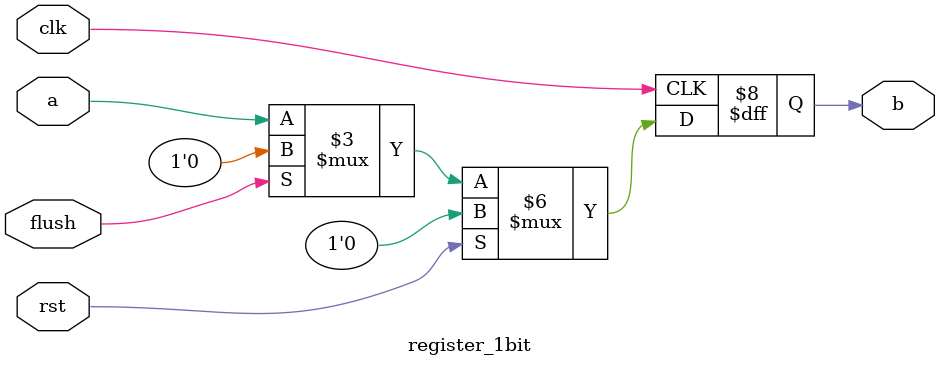
<source format=sv>
module register_1bit (
	input  logic clk, 
	input  logic rst, 
	input  logic flush, 
	input  logic a, 
	
	output logic b
);
	
	always_ff @(posedge clk)
	begin
		if (rst) 
		begin
			b <= 0;
		end
		else if (flush) 
		begin
			b <= 0;
		end
		else begin
			b <= a;
		end
	end

endmodule: register_1bit
</source>
